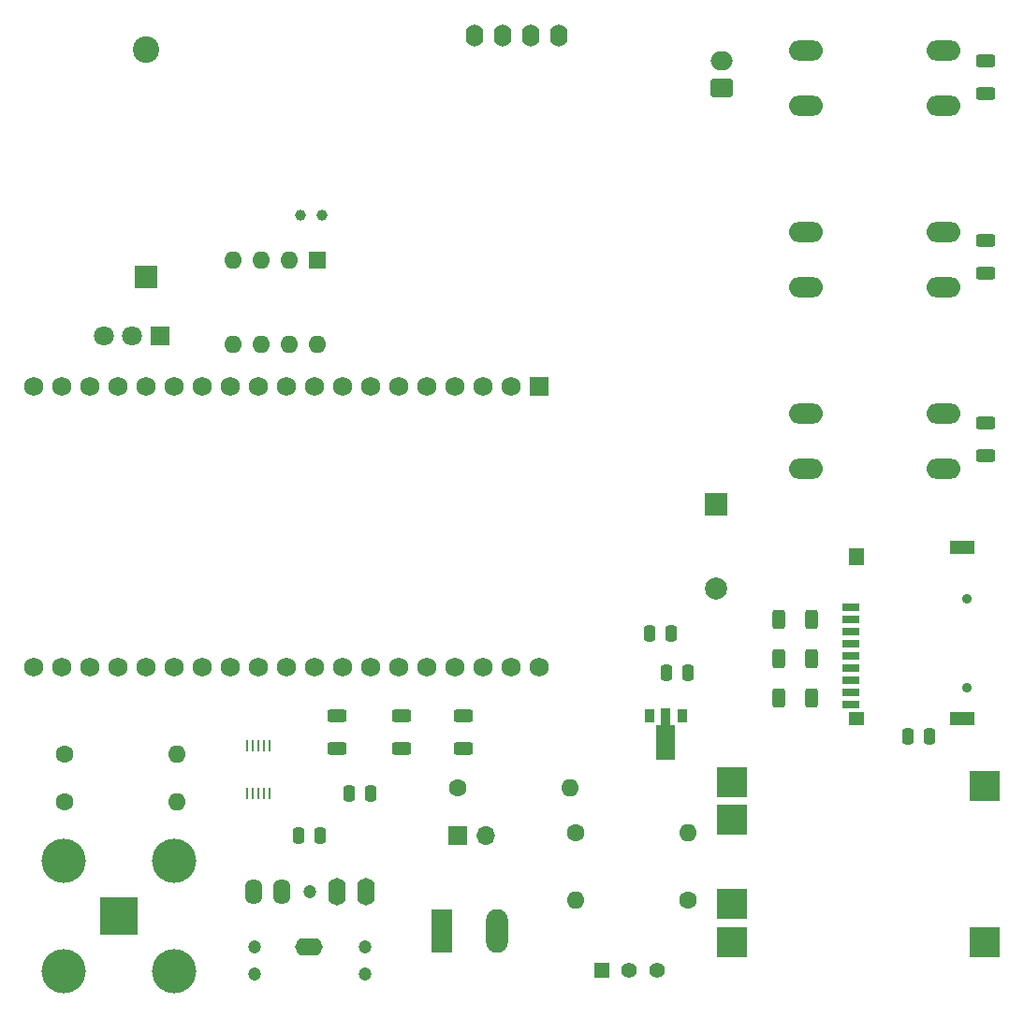
<source format=gbr>
%TF.GenerationSoftware,KiCad,Pcbnew,7.0.9*%
%TF.CreationDate,2024-02-28T20:27:22+01:00*%
%TF.ProjectId,logger_pcb_kicad,6c6f6767-6572-45f7-9063-625f6b696361,rev?*%
%TF.SameCoordinates,Original*%
%TF.FileFunction,Soldermask,Top*%
%TF.FilePolarity,Negative*%
%FSLAX46Y46*%
G04 Gerber Fmt 4.6, Leading zero omitted, Abs format (unit mm)*
G04 Created by KiCad (PCBNEW 7.0.9) date 2024-02-28 20:27:22*
%MOMM*%
%LPD*%
G01*
G04 APERTURE LIST*
G04 Aperture macros list*
%AMRoundRect*
0 Rectangle with rounded corners*
0 $1 Rounding radius*
0 $2 $3 $4 $5 $6 $7 $8 $9 X,Y pos of 4 corners*
0 Add a 4 corners polygon primitive as box body*
4,1,4,$2,$3,$4,$5,$6,$7,$8,$9,$2,$3,0*
0 Add four circle primitives for the rounded corners*
1,1,$1+$1,$2,$3*
1,1,$1+$1,$4,$5*
1,1,$1+$1,$6,$7*
1,1,$1+$1,$8,$9*
0 Add four rect primitives between the rounded corners*
20,1,$1+$1,$2,$3,$4,$5,0*
20,1,$1+$1,$4,$5,$6,$7,0*
20,1,$1+$1,$6,$7,$8,$9,0*
20,1,$1+$1,$8,$9,$2,$3,0*%
%AMFreePoly0*
4,1,9,3.862500,-0.866500,0.737500,-0.866500,0.737500,-0.450000,-0.737500,-0.450000,-0.737500,0.450000,0.737500,0.450000,0.737500,0.866500,3.862500,0.866500,3.862500,-0.866500,3.862500,-0.866500,$1*%
G04 Aperture macros list end*
%ADD10C,1.200000*%
%ADD11O,1.600000X2.300000*%
%ADD12O,2.500000X1.600000*%
%ADD13O,1.600000X2.500000*%
%ADD14RoundRect,0.250000X-0.312500X-0.625000X0.312500X-0.625000X0.312500X0.625000X-0.312500X0.625000X0*%
%ADD15RoundRect,0.250000X0.625000X-0.312500X0.625000X0.312500X-0.625000X0.312500X-0.625000X-0.312500X0*%
%ADD16O,1.600000X2.000000*%
%ADD17O,3.048000X1.850000*%
%ADD18RoundRect,0.250000X-0.250000X-0.475000X0.250000X-0.475000X0.250000X0.475000X-0.250000X0.475000X0*%
%ADD19R,2.100000X2.100000*%
%ADD20C,2.400000*%
%ADD21RoundRect,0.250000X0.250000X0.475000X-0.250000X0.475000X-0.250000X-0.475000X0.250000X-0.475000X0*%
%ADD22R,3.500000X3.500000*%
%ADD23C,4.000000*%
%ADD24C,1.600000*%
%ADD25O,1.600000X1.600000*%
%ADD26R,2.800000X2.800000*%
%ADD27R,0.900000X1.300000*%
%ADD28FreePoly0,270.000000*%
%ADD29RoundRect,0.250000X0.750000X-0.600000X0.750000X0.600000X-0.750000X0.600000X-0.750000X-0.600000X0*%
%ADD30O,2.000000X1.700000*%
%ADD31R,1.600000X1.600000*%
%ADD32R,0.250000X1.100000*%
%ADD33R,1.980000X3.960000*%
%ADD34O,1.980000X3.960000*%
%ADD35R,2.000000X2.000000*%
%ADD36C,2.000000*%
%ADD37R,1.400000X1.400000*%
%ADD38C,1.400000*%
%ADD39C,0.900000*%
%ADD40R,1.600000X0.700000*%
%ADD41R,2.200000X1.200000*%
%ADD42R,1.400000X1.600000*%
%ADD43R,1.400000X1.200000*%
%ADD44R,1.800000X1.800000*%
%ADD45C,1.800000*%
%ADD46R,1.700000X1.700000*%
%ADD47O,1.700000X1.700000*%
%ADD48RoundRect,0.102000X-0.765000X0.765000X-0.765000X-0.765000X0.765000X-0.765000X0.765000X0.765000X0*%
%ADD49C,1.734000*%
%ADD50C,1.000000*%
G04 APERTURE END LIST*
D10*
%TO.C,J4*%
X125850000Y-132000000D03*
X125850000Y-134500000D03*
X130850000Y-127000000D03*
X135850000Y-132000000D03*
X135850000Y-134500000D03*
D11*
X125770000Y-127020000D03*
X128350000Y-127000000D03*
D12*
X130810000Y-132030000D03*
D13*
X135930000Y-127020000D03*
X133350000Y-127000000D03*
%TD*%
D14*
%TO.C,R13*%
X173289500Y-102362000D03*
X176214500Y-102362000D03*
%TD*%
D15*
%TO.C,R1*%
X192024000Y-87568500D03*
X192024000Y-84643500D03*
%TD*%
%TO.C,R7*%
X139192000Y-114046000D03*
X139192000Y-111121000D03*
%TD*%
D16*
%TO.C,J2*%
X145796000Y-49530000D03*
X148336000Y-49530000D03*
X150876000Y-49530000D03*
X153416000Y-49530000D03*
%TD*%
D15*
%TO.C,R2*%
X192024000Y-71058500D03*
X192024000Y-68133500D03*
%TD*%
D17*
%TO.C,SW3*%
X175714000Y-83746000D03*
X188214000Y-83746000D03*
X175714000Y-88746000D03*
X188214000Y-88746000D03*
%TD*%
D18*
%TO.C,C4*%
X161610000Y-103632000D03*
X163510000Y-103632000D03*
%TD*%
D19*
%TO.C,BT1*%
X116078000Y-71374000D03*
D20*
X116078000Y-50800000D03*
%TD*%
D15*
%TO.C,R8*%
X144780000Y-114046000D03*
X144780000Y-111121000D03*
%TD*%
D21*
%TO.C,C2*%
X136332000Y-118110000D03*
X134432000Y-118110000D03*
%TD*%
D22*
%TO.C,J1*%
X113593000Y-129231000D03*
D23*
X118618000Y-134256000D03*
X118618000Y-124206000D03*
X108568000Y-134256000D03*
X108568000Y-124206000D03*
%TD*%
D24*
%TO.C,R12*%
X144272000Y-117602000D03*
D25*
X154432000Y-117602000D03*
%TD*%
D26*
%TO.C,U4*%
X191912500Y-131612500D03*
X191912500Y-117412500D03*
X169012500Y-131612500D03*
X169012500Y-117112500D03*
X169012500Y-128112500D03*
X169012500Y-120512500D03*
%TD*%
D27*
%TO.C,U6*%
X164568000Y-111080000D03*
D28*
X163068000Y-111167500D03*
D27*
X161568000Y-111080000D03*
%TD*%
D29*
%TO.C,J5*%
X168148000Y-54316000D03*
D30*
X168148000Y-51816000D03*
%TD*%
D18*
%TO.C,C5*%
X129860000Y-121920000D03*
X131760000Y-121920000D03*
%TD*%
D31*
%TO.C,U2*%
X131572000Y-69850000D03*
D25*
X129032000Y-69850000D03*
X126492000Y-69850000D03*
X123952000Y-69850000D03*
X123952000Y-77470000D03*
X126492000Y-77470000D03*
X129032000Y-77470000D03*
X131572000Y-77470000D03*
%TD*%
D32*
%TO.C,U3*%
X127238000Y-113810000D03*
X126738000Y-113810000D03*
X126238000Y-113810000D03*
X125738000Y-113810000D03*
X125238000Y-113810000D03*
X125238000Y-118110000D03*
X125738000Y-118110000D03*
X126238000Y-118110000D03*
X126738000Y-118110000D03*
X127238000Y-118110000D03*
%TD*%
D14*
%TO.C,R14*%
X173289500Y-105918000D03*
X176214500Y-105918000D03*
%TD*%
D15*
%TO.C,R6*%
X133350000Y-114046000D03*
X133350000Y-111121000D03*
%TD*%
D33*
%TO.C,J6*%
X142800000Y-130600000D03*
D34*
X147800000Y-130600000D03*
%TD*%
D35*
%TO.C,BZ1*%
X167640000Y-91968000D03*
D36*
X167640000Y-99568000D03*
%TD*%
D17*
%TO.C,SW1*%
X175714000Y-50880000D03*
X188214000Y-50880000D03*
X175714000Y-55880000D03*
X188214000Y-55880000D03*
%TD*%
D37*
%TO.C,SW4*%
X157266000Y-134112000D03*
D38*
X159766000Y-134112000D03*
X162266000Y-134112000D03*
%TD*%
D39*
%TO.C,J3*%
X190314600Y-100523200D03*
X190314600Y-108523200D03*
D40*
X179814600Y-101323200D03*
X179814600Y-102423200D03*
X179814600Y-103523200D03*
X179814600Y-104623200D03*
X179814600Y-105723200D03*
X179814600Y-106823200D03*
X179814600Y-107923200D03*
X179814600Y-109023200D03*
X179814600Y-110123200D03*
D41*
X189914600Y-95823200D03*
D42*
X180314600Y-96723200D03*
D41*
X189914600Y-111323200D03*
D43*
X180314600Y-111323200D03*
%TD*%
D21*
%TO.C,C1*%
X186878000Y-113000000D03*
X184978000Y-113000000D03*
%TD*%
D15*
%TO.C,R3*%
X192024000Y-54802500D03*
X192024000Y-51877500D03*
%TD*%
D17*
%TO.C,SW2*%
X175714000Y-67316000D03*
X188214000Y-67316000D03*
X175714000Y-72316000D03*
X188214000Y-72316000D03*
%TD*%
D44*
%TO.C,D3*%
X117358000Y-76708000D03*
D45*
X114818000Y-76708000D03*
X112278000Y-76708000D03*
%TD*%
D24*
%TO.C,R5*%
X108712000Y-114554000D03*
D25*
X118872000Y-114554000D03*
%TD*%
D46*
%TO.C,J7*%
X144267000Y-121920000D03*
D47*
X146807000Y-121920000D03*
%TD*%
D48*
%TO.C,U1*%
X151638000Y-81280000D03*
D49*
X149098000Y-81280000D03*
X146558000Y-81280000D03*
X144018000Y-81280000D03*
X141478000Y-81280000D03*
X138938000Y-81280000D03*
X136398000Y-81280000D03*
X133858000Y-81280000D03*
X131318000Y-81280000D03*
X128778000Y-81280000D03*
X126238000Y-81280000D03*
X123698000Y-81280000D03*
X121158000Y-81280000D03*
X118618000Y-81280000D03*
X116078000Y-81280000D03*
X113538000Y-81280000D03*
X110998000Y-81280000D03*
X108458000Y-81280000D03*
X105918000Y-81280000D03*
X105918000Y-106680000D03*
X108458000Y-106680000D03*
X110998000Y-106680000D03*
X113538000Y-106680000D03*
X116078000Y-106680000D03*
X118618000Y-106680000D03*
X121158000Y-106680000D03*
X123698000Y-106680000D03*
X126238000Y-106680000D03*
X128778000Y-106680000D03*
X131318000Y-106680000D03*
X133858000Y-106680000D03*
X136398000Y-106680000D03*
X138938000Y-106680000D03*
X141478000Y-106680000D03*
X144018000Y-106680000D03*
X146558000Y-106680000D03*
X149098000Y-106680000D03*
X151638000Y-106680000D03*
%TD*%
D24*
%TO.C,R11*%
X154940000Y-121666000D03*
D25*
X165100000Y-121666000D03*
%TD*%
D18*
%TO.C,C3*%
X163134000Y-107188000D03*
X165034000Y-107188000D03*
%TD*%
D50*
%TO.C,Y1*%
X131948000Y-65786000D03*
X130048000Y-65786000D03*
%TD*%
D14*
%TO.C,R15*%
X173289500Y-109474000D03*
X176214500Y-109474000D03*
%TD*%
D24*
%TO.C,R4*%
X108712000Y-118872000D03*
D25*
X118872000Y-118872000D03*
%TD*%
D24*
%TO.C,R10*%
X165100000Y-127762000D03*
D25*
X154940000Y-127762000D03*
%TD*%
M02*

</source>
